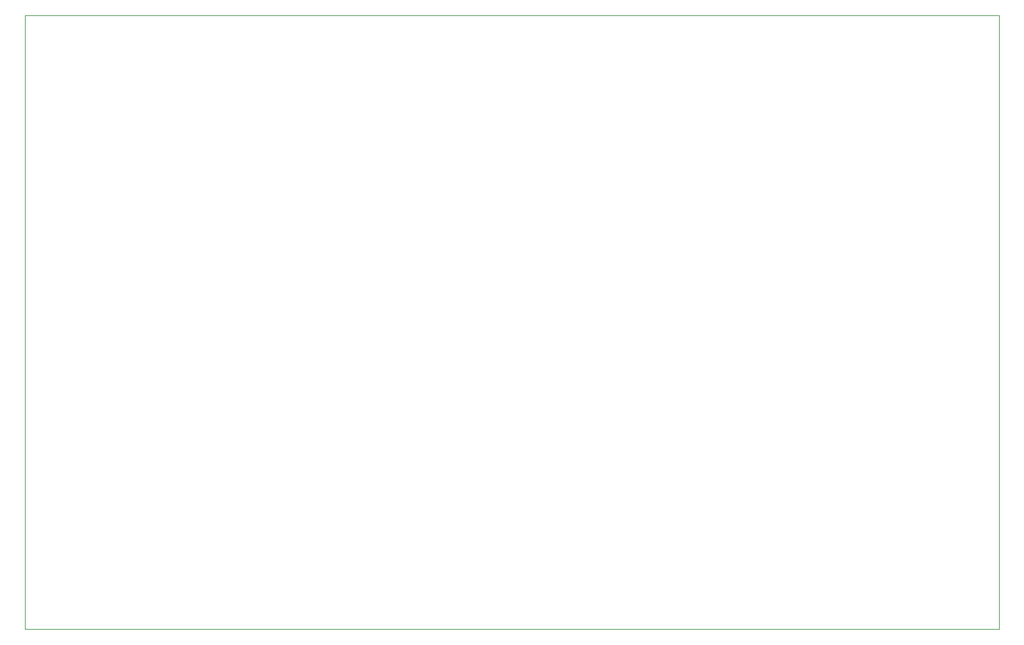
<source format=gbr>
G04 #@! TF.GenerationSoftware,KiCad,Pcbnew,(5.1.5-0-10_14)*
G04 #@! TF.CreationDate,2020-11-20T10:25:49+01:00*
G04 #@! TF.ProjectId,6502-bb,36353032-2d62-4622-9e6b-696361645f70,rev?*
G04 #@! TF.SameCoordinates,Original*
G04 #@! TF.FileFunction,Profile,NP*
%FSLAX46Y46*%
G04 Gerber Fmt 4.6, Leading zero omitted, Abs format (unit mm)*
G04 Created by KiCad (PCBNEW (5.1.5-0-10_14)) date 2020-11-20 10:25:49*
%MOMM*%
%LPD*%
G04 APERTURE LIST*
%ADD10C,0.050000*%
%ADD11C,0.100000*%
G04 APERTURE END LIST*
D10*
X73660000Y-53340000D02*
X73660000Y-134620000D01*
D11*
X202565000Y-53340000D02*
X202565000Y-134620000D01*
X73660000Y-53340000D02*
X202565000Y-53340000D01*
X202565000Y-134620000D02*
X73660000Y-134620000D01*
M02*

</source>
